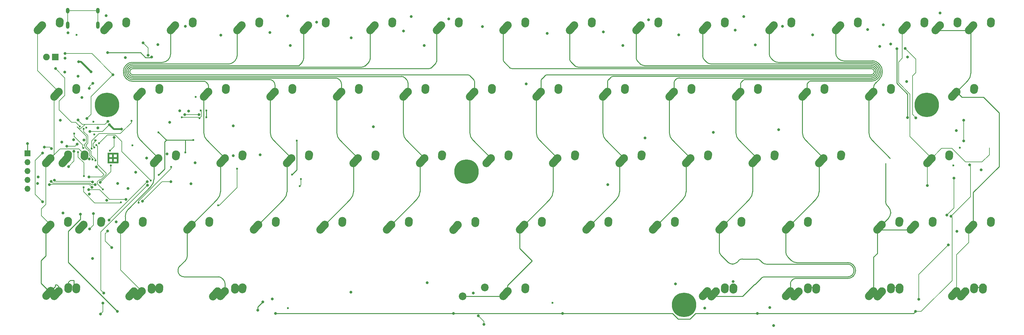
<source format=gtl>
%TF.GenerationSoftware,KiCad,Pcbnew,7.0.9-7.0.9~ubuntu22.04.1*%
%TF.CreationDate,2023-11-09T12:16:25-08:00*%
%TF.ProjectId,SST60,53535436-302e-46b6-9963-61645f706362,0.1*%
%TF.SameCoordinates,Original*%
%TF.FileFunction,Copper,L1,Top*%
%TF.FilePolarity,Positive*%
%FSLAX46Y46*%
G04 Gerber Fmt 4.6, Leading zero omitted, Abs format (unit mm)*
G04 Created by KiCad (PCBNEW 7.0.9-7.0.9~ubuntu22.04.1) date 2023-11-09 12:16:25*
%MOMM*%
%LPD*%
G01*
G04 APERTURE LIST*
G04 Aperture macros list*
%AMHorizOval*
0 Thick line with rounded ends*
0 $1 width*
0 $2 $3 position (X,Y) of the first rounded end (center of the circle)*
0 $4 $5 position (X,Y) of the second rounded end (center of the circle)*
0 Add line between two ends*
20,1,$1,$2,$3,$4,$5,0*
0 Add two circle primitives to create the rounded ends*
1,1,$1,$2,$3*
1,1,$1,$4,$5*%
G04 Aperture macros list end*
%TA.AperFunction,ComponentPad*%
%ADD10HorizOval,2.250000X0.655008X0.729993X-0.655008X-0.729993X0*%
%TD*%
%TA.AperFunction,ComponentPad*%
%ADD11C,2.250000*%
%TD*%
%TA.AperFunction,ComponentPad*%
%ADD12HorizOval,2.250000X0.020004X0.290000X-0.020004X-0.290000X0*%
%TD*%
%TA.AperFunction,ComponentPad*%
%ADD13HorizOval,2.250000X0.655001X0.730000X-0.655001X-0.730000X0*%
%TD*%
%TA.AperFunction,ComponentPad*%
%ADD14HorizOval,2.250000X0.020000X0.290000X-0.020000X-0.290000X0*%
%TD*%
%TA.AperFunction,ComponentPad*%
%ADD15C,2.200000*%
%TD*%
%TA.AperFunction,ComponentPad*%
%ADD16C,1.000000*%
%TD*%
%TA.AperFunction,ComponentPad*%
%ADD17C,7.001300*%
%TD*%
%TA.AperFunction,ComponentPad*%
%ADD18C,7.000240*%
%TD*%
%TA.AperFunction,ComponentPad*%
%ADD19C,1.905000*%
%TD*%
%TA.AperFunction,ComponentPad*%
%ADD20R,1.905000X1.905000*%
%TD*%
%TA.AperFunction,ComponentPad*%
%ADD21O,1.000000X1.600000*%
%TD*%
%TA.AperFunction,ComponentPad*%
%ADD22O,1.000000X2.100000*%
%TD*%
%TA.AperFunction,ComponentPad*%
%ADD23C,0.600000*%
%TD*%
%TA.AperFunction,ComponentPad*%
%ADD24R,1.700000X1.700000*%
%TD*%
%TA.AperFunction,ComponentPad*%
%ADD25O,1.700000X1.700000*%
%TD*%
%TA.AperFunction,ViaPad*%
%ADD26C,0.800000*%
%TD*%
%TA.AperFunction,ViaPad*%
%ADD27C,0.600000*%
%TD*%
%TA.AperFunction,Conductor*%
%ADD28C,0.250000*%
%TD*%
%TA.AperFunction,Conductor*%
%ADD29C,0.200000*%
%TD*%
%TA.AperFunction,Conductor*%
%ADD30C,0.500000*%
%TD*%
G04 APERTURE END LIST*
D10*
%TO.P,1.25U,1,COL*%
%TO.N,col14*%
X302545008Y-122160007D03*
D11*
X303200000Y-121430000D03*
D12*
%TO.P,1.25U,2,ROW*%
%TO.N,Net-(D68-Pad2)*%
X308220004Y-120640000D03*
D11*
X308240000Y-120350000D03*
%TD*%
D10*
%TO.P,1.25U,1,COL*%
%TO.N,col12*%
X278645008Y-122160007D03*
D11*
X279300000Y-121430000D03*
D12*
%TO.P,1.25U,2,ROW*%
%TO.N,Net-(D62-Pad2)*%
X284320004Y-120640000D03*
D11*
X284340000Y-120350000D03*
%TD*%
D10*
%TO.P,1.25U,1,COL*%
%TO.N,col11*%
X254805008Y-122220007D03*
D11*
X255460000Y-121490000D03*
D12*
%TO.P,1.25U,2,ROW*%
%TO.N,Net-(D57-Pad2)*%
X260480004Y-120700000D03*
D11*
X260500000Y-120410000D03*
%TD*%
D10*
%TO.P,1.25U,1,COL*%
%TO.N,col10*%
X231085008Y-122160007D03*
D11*
X231740000Y-121430000D03*
D12*
%TO.P,1.25U,2,ROW*%
%TO.N,Net-(D52-Pad2)*%
X236760004Y-120640000D03*
D11*
%TO.P,1.25U,d52,ROW*%
X236780000Y-120350000D03*
%TD*%
D13*
%TO.P,Small Split,1,COL*%
%TO.N,col10*%
X228620001Y-122142500D03*
D11*
X229275000Y-121412500D03*
D14*
%TO.P,Small Split,2,ROW*%
%TO.N,Net-(D52-Pad2)*%
X234295000Y-120622500D03*
D11*
X234315000Y-120332500D03*
%TD*%
D13*
%TO.P,N,1,COL*%
%TO.N,col7*%
X176232501Y-103092500D03*
D11*
X176887500Y-102362500D03*
D14*
%TO.P,N,2,ROW*%
%TO.N,Net-(D37-Pad2)*%
X181907500Y-101572500D03*
D11*
X181927500Y-101282500D03*
%TD*%
D15*
%TO.P,REF\u002A\u002A,1*%
%TO.N,Net-(D38-Pad2)*%
X165530000Y-120350000D03*
%TO.P,REF\u002A\u002A,col*%
%TO.N,col7*%
X159180000Y-122890000D03*
%TD*%
D10*
%TO.P,1.25U,1,COL*%
%TO.N,col2*%
X88355008Y-122180007D03*
D11*
X89010000Y-121450000D03*
D12*
%TO.P,1.25U,2,ROW*%
%TO.N,Net-(D15-Pad2)*%
X94030004Y-120660000D03*
D11*
X94050000Y-120370000D03*
%TD*%
D10*
%TO.P,1.25U,1,COL*%
%TO.N,col1*%
X64435008Y-122180007D03*
D11*
%TO.P,1.25U,*%
X65090000Y-121450000D03*
D12*
%TO.P,1.25U,2,ROW*%
%TO.N,Net-(D10-Pad2)*%
X70110004Y-120660000D03*
D11*
X70130000Y-120370000D03*
%TD*%
D10*
%TO.P,1.25U,1,COL*%
%TO.N,col0*%
X40595008Y-122060007D03*
D11*
X41250000Y-121330000D03*
D12*
%TO.P,1.25U,2,ROW*%
%TO.N,Net-(D5-Pad2)*%
X46270004Y-120540000D03*
D11*
X46290000Y-120250000D03*
%TD*%
D13*
%TO.P,2,1,COL*%
%TO.N,N/C*%
X157165001Y-103110000D03*
D11*
X157820000Y-102380000D03*
D14*
%TO.P,2,2,ROW*%
X162840000Y-101590000D03*
D11*
X162860000Y-101300000D03*
%TD*%
D13*
%TO.P,2,1,COL*%
%TO.N,N/C*%
X57195001Y-45920000D03*
D11*
X57850000Y-45190000D03*
D14*
%TO.P,2,2,ROW*%
X62870000Y-44400000D03*
D11*
X62890000Y-44110000D03*
%TD*%
D13*
%TO.P,1.50u,1,COL*%
%TO.N,col0*%
X42882501Y-122142500D03*
D11*
X43537500Y-121412500D03*
D14*
%TO.P,1.50u,2,ROW*%
%TO.N,Net-(D5-Pad2)*%
X48557500Y-120622500D03*
D11*
X48577500Y-120332500D03*
%TD*%
D13*
%TO.P,T,1,COL*%
%TO.N,col5*%
X142895001Y-64992500D03*
D11*
X143550000Y-64262500D03*
D14*
%TO.P,T,2,ROW*%
%TO.N,Net-(D26-Pad2)*%
X148570000Y-63472500D03*
D11*
X148590000Y-63182500D03*
%TD*%
D13*
%TO.P,Tab,1,COL*%
%TO.N,col0*%
X42882501Y-64992500D03*
D11*
X43537500Y-64262500D03*
D14*
%TO.P,Tab,2,ROW*%
%TO.N,Net-(D2-Pad2)*%
X48557500Y-63472500D03*
D11*
X48577500Y-63182500D03*
%TD*%
D13*
%TO.P,[,1,COL*%
%TO.N,col11*%
X257195001Y-64992500D03*
D11*
X257850000Y-64262500D03*
D14*
%TO.P,[,2,ROW*%
%TO.N,Net-(D54-Pad2)*%
X262870000Y-63472500D03*
D11*
X262890000Y-63182500D03*
%TD*%
D13*
%TO.P,1.50u,1,COL*%
%TO.N,col11*%
X252432501Y-122142500D03*
D11*
X253087500Y-121412500D03*
D14*
%TO.P,1.50u,2,ROW*%
%TO.N,Net-(D57-Pad2)*%
X258107500Y-120622500D03*
D11*
X258127500Y-120332500D03*
%TD*%
D13*
%TO.P,R,1,COL*%
%TO.N,col4*%
X123845001Y-64992500D03*
D11*
X124500000Y-64262500D03*
D14*
%TO.P,R,2,ROW*%
%TO.N,Net-(D21-Pad2)*%
X129520000Y-63472500D03*
D11*
X129540000Y-63182500D03*
%TD*%
D13*
%TO.P,<,1,COL*%
%TO.N,col9*%
X214332501Y-103092500D03*
D11*
X214987500Y-102362500D03*
D14*
%TO.P,<,2,ROW*%
%TO.N,Net-(D46-Pad2)*%
X220007500Y-101572500D03*
D11*
X220027500Y-101282500D03*
%TD*%
D13*
%TO.P,Stepped,1,COL*%
%TO.N,col0*%
X40501251Y-84042500D03*
D11*
X41156250Y-83312500D03*
D14*
%TO.P,Stepped,2,ROW*%
%TO.N,Net-(D3-Pad2)*%
X46176250Y-82522500D03*
D11*
X46196250Y-82232500D03*
%TD*%
D13*
%TO.P,S,1,COL*%
%TO.N,col2*%
X90507501Y-84042500D03*
D11*
X91162500Y-83312500D03*
D14*
%TO.P,S,2,ROW*%
%TO.N,Net-(D14-Pad2)*%
X96182500Y-82522500D03*
D11*
X96202500Y-82232500D03*
%TD*%
D13*
%TO.P,H,1,COL*%
%TO.N,col6*%
X166707501Y-84042500D03*
D11*
X167362500Y-83312500D03*
D14*
%TO.P,H,2,ROW*%
%TO.N,Net-(D32-Pad2)*%
X172382500Y-82522500D03*
D11*
X172402500Y-82232500D03*
%TD*%
D13*
%TO.P,D,1,COL*%
%TO.N,col3*%
X109557501Y-84042500D03*
D11*
X110212500Y-83312500D03*
D14*
%TO.P,D,2,ROW*%
%TO.N,Net-(D18-Pad2)*%
X115232500Y-82522500D03*
D11*
X115252500Y-82232500D03*
%TD*%
D13*
%TO.P,J,1,COL*%
%TO.N,col7*%
X185757501Y-84042500D03*
D11*
X186412500Y-83312500D03*
D14*
%TO.P,J,2,ROW*%
%TO.N,Net-(D36-Pad2)*%
X191432500Y-82522500D03*
D11*
X191452500Y-82232500D03*
%TD*%
D13*
%TO.P,Z,1,COL*%
%TO.N,col2*%
X80982501Y-103092500D03*
D11*
X81637500Y-102362500D03*
D14*
%TO.P,Z,2,ROW*%
%TO.N,Net-(D11-Pad2)*%
X86657500Y-101572500D03*
D11*
X86677500Y-101282500D03*
%TD*%
D13*
%TO.P,Split,1,COL*%
%TO.N,col14*%
X304820001Y-103092500D03*
D11*
X305475000Y-102362500D03*
D14*
%TO.P,Split,2,ROW*%
%TO.N,Net-(D67-Pad2)*%
X310495000Y-101572500D03*
D11*
X310515000Y-101282500D03*
%TD*%
D13*
%TO.P,W,1,COL*%
%TO.N,col2*%
X85745001Y-64992500D03*
D11*
X86400000Y-64262500D03*
D14*
%TO.P,W,2,ROW*%
%TO.N,Net-(D13-Pad2)*%
X91420000Y-63472500D03*
D11*
X91440000Y-63182500D03*
%TD*%
D13*
%TO.P,-,1,COL*%
%TO.N,col11*%
X247670001Y-45942500D03*
D11*
X248325000Y-45212500D03*
D14*
%TO.P,-,2,ROW*%
%TO.N,Net-(D53-Pad2)*%
X253345000Y-44422500D03*
D11*
X253365000Y-44132500D03*
%TD*%
D13*
%TO.P,Split,1,COL*%
%TO.N,col12*%
X278626251Y-103092500D03*
D11*
X279281250Y-102362500D03*
D14*
%TO.P,Split,2,ROW*%
%TO.N,Net-(D61-Pad2)*%
X284301250Y-101572500D03*
D11*
X284321250Y-101282500D03*
%TD*%
D13*
%TO.P,V,1,COL*%
%TO.N,col5*%
X138132501Y-103092500D03*
D11*
X138787500Y-102362500D03*
D14*
%TO.P,V,2,ROW*%
%TO.N,Net-(D28-Pad2)*%
X143807500Y-101572500D03*
D11*
X143827500Y-101282500D03*
%TD*%
%TO.P,X,2,ROW*%
%TO.N,Net-(D19-Pad2)*%
X105727500Y-101282500D03*
D14*
X105707500Y-101572500D03*
D11*
%TO.P,X,1,COL*%
%TO.N,col3*%
X100687500Y-102362500D03*
D13*
X100032501Y-103092500D03*
%TD*%
%TO.P,1u,1,COL*%
%TO.N,col12*%
X276245001Y-122142500D03*
D11*
X276900000Y-121412500D03*
D14*
%TO.P,1u,2,ROW*%
%TO.N,Net-(D62-Pad2)*%
X281920000Y-120622500D03*
D11*
X281940000Y-120332500D03*
%TD*%
D13*
%TO.P,5,1,COL*%
%TO.N,col5*%
X133370001Y-45942500D03*
D11*
X134025000Y-45212500D03*
D14*
%TO.P,5,2,ROW*%
%TO.N,Net-(D25-Pad2)*%
X139045000Y-44422500D03*
D11*
X139065000Y-44132500D03*
%TD*%
D16*
%TO.P,H1,1,1*%
%TO.N,GND*%
X55036250Y-68031250D03*
X55709904Y-66404904D03*
X55709904Y-69657596D03*
X57336250Y-65731250D03*
D17*
X57336250Y-68031250D03*
D16*
X57336250Y-70331250D03*
X58962596Y-66404904D03*
X58962596Y-69657596D03*
X59636250Y-68031250D03*
%TO.N,N/C*%
X292186250Y-65731250D03*
X292186250Y-70331250D03*
D18*
%TO.P,H1,2*%
X160336250Y-87131250D03*
%TO.P,H1,3*%
X222636250Y-125331250D03*
D16*
X293635250Y-70413250D03*
%TO.P,H1,4*%
X290714250Y-70413250D03*
D18*
X292186250Y-68031250D03*
D16*
%TO.P,H1,5*%
X290841250Y-65714250D03*
%TO.P,H1,6*%
X293635250Y-65714250D03*
%TD*%
D13*
%TO.P,G,1,COL*%
%TO.N,col5*%
X147657501Y-84042500D03*
D11*
X148312500Y-83312500D03*
D14*
%TO.P,G,2,ROW*%
%TO.N,Net-(D27-Pad2)*%
X153332500Y-82522500D03*
D11*
X153352500Y-82232500D03*
%TD*%
D13*
%TO.P,:,1,COL*%
%TO.N,col10*%
X242907501Y-84042500D03*
D11*
X243562500Y-83312500D03*
D14*
%TO.P,:,2,ROW*%
%TO.N,Net-(D50-Pad2)*%
X248582500Y-82522500D03*
D11*
X248602500Y-82232500D03*
%TD*%
D13*
%TO.P,8,1,COL*%
%TO.N,col8*%
X190520001Y-45942500D03*
D11*
X191175000Y-45212500D03*
D14*
%TO.P,8,2,ROW*%
%TO.N,Net-(D39-Pad2)*%
X196195000Y-44422500D03*
D11*
X196215000Y-44132500D03*
%TD*%
D13*
%TO.P,P,1,COL*%
%TO.N,col10*%
X238145001Y-64992500D03*
D11*
X238800000Y-64262500D03*
D14*
%TO.P,P,2,ROW*%
%TO.N,Net-(D49-Pad2)*%
X243820000Y-63472500D03*
D11*
X243840000Y-63182500D03*
%TD*%
D13*
%TO.P,Q,1,COL*%
%TO.N,col1*%
X66695001Y-64992500D03*
D11*
X67350000Y-64262500D03*
D14*
%TO.P,Q,2,ROW*%
%TO.N,Net-(D7-Pad2)*%
X72370000Y-63472500D03*
D11*
X72390000Y-63182500D03*
%TD*%
D13*
%TO.P,Y,1,COL*%
%TO.N,col6*%
X161945001Y-64992500D03*
D11*
X162600000Y-64262500D03*
D14*
%TO.P,Y,2,ROW*%
%TO.N,Net-(D31-Pad2)*%
X167620000Y-63472500D03*
D11*
X167640000Y-63182500D03*
%TD*%
D13*
%TO.P,],1,COL*%
%TO.N,col12*%
X276245001Y-64992500D03*
D11*
X276900000Y-64262500D03*
D14*
%TO.P,],2,ROW*%
%TO.N,Net-(D59-Pad2)*%
X281920000Y-63472500D03*
D11*
X281940000Y-63182500D03*
%TD*%
D13*
%TO.P,1u/7u/10u,1,COL*%
%TO.N,col7*%
X171470001Y-122142500D03*
D11*
X172125000Y-121412500D03*
D14*
%TO.P,1u/7u/10u,2,ROW*%
%TO.N,Net-(D38-Pad2)*%
X177145000Y-120622500D03*
D11*
X177165000Y-120332500D03*
%TD*%
D13*
%TO.P,9,1,COL*%
%TO.N,col9*%
X209570001Y-45942500D03*
D11*
X210225000Y-45212500D03*
D14*
%TO.P,9,2,ROW*%
%TO.N,Net-(D43-Pad2)*%
X215245000Y-44422500D03*
D11*
X215265000Y-44132500D03*
%TD*%
D13*
%TO.P,ISO,1,COL*%
%TO.N,col1*%
X61932501Y-103092500D03*
D11*
X62587500Y-102362500D03*
D14*
%TO.P,ISO,2,ROW*%
%TO.N,Net-(D9-Pad2)*%
X67607500Y-101572500D03*
D11*
X67627500Y-101282500D03*
%TD*%
D13*
%TO.P,>,1,COL*%
%TO.N,col10*%
X233382501Y-103092500D03*
D11*
X234037500Y-102362500D03*
D14*
%TO.P,>,2,ROW*%
%TO.N,Net-(D51-Pad2)*%
X239057500Y-101572500D03*
D11*
X239077500Y-101282500D03*
%TD*%
D13*
%TO.P,Full,1,COL*%
%TO.N,col12*%
X288151251Y-103092500D03*
D11*
X288806250Y-102362500D03*
D14*
%TO.P,Full,2,ROW*%
%TO.N,Net-(D61-Pad2)*%
X293826250Y-101572500D03*
D11*
X293846250Y-101282500D03*
%TD*%
D13*
%TO.P,C,1,COL*%
%TO.N,col4*%
X119082501Y-103092500D03*
D11*
X119737500Y-102362500D03*
D14*
%TO.P,C,2,ROW*%
%TO.N,Net-(D23-Pad2)*%
X124757500Y-101572500D03*
D11*
X124777500Y-101282500D03*
%TD*%
D13*
%TO.P,E,1,COL*%
%TO.N,col3*%
X104795001Y-64992500D03*
D11*
X105450000Y-64262500D03*
D14*
%TO.P,E,2,ROW*%
%TO.N,Net-(D17-Pad2)*%
X110470000Y-63472500D03*
D11*
X110490000Y-63182500D03*
%TD*%
D13*
%TO.P,ANSI,1,COL*%
%TO.N,col13*%
X292913751Y-84042500D03*
D11*
X293568750Y-83312500D03*
D14*
%TO.P,ANSI,2,ROW*%
%TO.N,Net-(D64-Pad2)*%
X298588750Y-82522500D03*
D11*
X298608750Y-82232500D03*
%TD*%
D13*
%TO.P,A,1,COL*%
%TO.N,col1*%
X71457501Y-84042500D03*
D11*
X72112500Y-83312500D03*
D14*
%TO.P,A,2,ROW*%
%TO.N,Net-(D8-Pad2)*%
X77132500Y-82522500D03*
D11*
X77152500Y-82232500D03*
%TD*%
D13*
%TO.P,Split,1,COL*%
%TO.N,col14*%
X304820001Y-45942500D03*
D11*
X305475000Y-45212500D03*
D14*
%TO.P,Split,2,ROW*%
%TO.N,Net-(D65-Pad2)*%
X310495000Y-44422500D03*
D11*
X310515000Y-44132500D03*
%TD*%
D13*
%TO.P,0,1,COL*%
%TO.N,col10*%
X228620001Y-45942500D03*
D11*
X229275000Y-45212500D03*
D14*
%TO.P,0,2,ROW*%
%TO.N,Net-(D48-Pad2)*%
X234295000Y-44422500D03*
D11*
X234315000Y-44132500D03*
%TD*%
D13*
%TO.P,L,1,COL*%
%TO.N,col9*%
X223857501Y-84042500D03*
D11*
X224512500Y-83312500D03*
D14*
%TO.P,L,2,ROW*%
%TO.N,Net-(D45-Pad2)*%
X229532500Y-82522500D03*
D11*
X229552500Y-82232500D03*
%TD*%
D13*
%TO.P,I,1,COL*%
%TO.N,col8*%
X200045001Y-64992500D03*
D11*
X200700000Y-64262500D03*
D14*
%TO.P,I,2,ROW*%
%TO.N,Net-(D40-Pad2)*%
X205720000Y-63472500D03*
D11*
X205740000Y-63182500D03*
%TD*%
D13*
%TO.P,M,1,COL*%
%TO.N,col8*%
X195282501Y-103092500D03*
D11*
X195937500Y-102362500D03*
D14*
%TO.P,M,2,ROW*%
%TO.N,Net-(D42-Pad2)*%
X200957500Y-101572500D03*
D11*
X200977500Y-101282500D03*
%TD*%
D13*
%TO.P,Full,1,COL*%
%TO.N,col14*%
X295295001Y-45942500D03*
D11*
X295950000Y-45212500D03*
D14*
%TO.P,Full,2,ROW*%
%TO.N,Net-(D65-Pad2)*%
X300970000Y-44422500D03*
D11*
X300990000Y-44132500D03*
%TD*%
D13*
%TO.P,?,1,COL*%
%TO.N,col11*%
X252432501Y-103092500D03*
D11*
X253087500Y-102362500D03*
D14*
%TO.P,?,2,ROW*%
%TO.N,Net-(D56-Pad2)*%
X258107500Y-101572500D03*
D11*
X258127500Y-101282500D03*
%TD*%
D13*
%TO.P,F,1,COL*%
%TO.N,col4*%
X128607501Y-84042500D03*
D11*
X129262500Y-83312500D03*
D14*
%TO.P,F,2,ROW*%
%TO.N,Net-(D22-Pad2)*%
X134282500Y-82522500D03*
D11*
X134302500Y-82232500D03*
%TD*%
D13*
%TO.P,1u,1,COL*%
%TO.N,col1*%
X66695001Y-122142500D03*
D11*
X67350000Y-121412500D03*
D14*
%TO.P,1u,2,ROW*%
%TO.N,Net-(D10-Pad2)*%
X72370000Y-120622500D03*
D11*
X72390000Y-120332500D03*
%TD*%
D13*
%TO.P,3,1,COL*%
%TO.N,col3*%
X95270001Y-45942500D03*
D11*
X95925000Y-45212500D03*
D14*
%TO.P,3,2,ROW*%
%TO.N,Net-(D16-Pad2)*%
X100945000Y-44422500D03*
D11*
X100965000Y-44132500D03*
%TD*%
D13*
%TO.P,6,1,COL*%
%TO.N,col6*%
X152420001Y-45942500D03*
D11*
X153075000Y-45212500D03*
D14*
%TO.P,6,2,ROW*%
%TO.N,Net-(D30-Pad2)*%
X158095000Y-44422500D03*
D11*
X158115000Y-44132500D03*
%TD*%
D13*
%TO.P,",1,COL*%
%TO.N,col11*%
X261957501Y-84042500D03*
D11*
X262612500Y-83312500D03*
D14*
%TO.P,",2,ROW*%
%TO.N,Net-(D55-Pad2)*%
X267632500Y-82522500D03*
D11*
X267652500Y-82232500D03*
%TD*%
D13*
%TO.P,Esc,1,COL*%
%TO.N,col0*%
X38120001Y-45942500D03*
D11*
X38775000Y-45212500D03*
D14*
%TO.P,Esc,2,ROW*%
%TO.N,Net-(D1-Pad2)*%
X43795000Y-44422500D03*
D11*
X43815000Y-44132500D03*
D19*
%TO.P,Esc,3,LED*%
%TO.N,Net-(MX3-Pad3)*%
X40005000Y-54292500D03*
D20*
%TO.P,Esc,4,LEDGND*%
%TO.N,GND*%
X42545000Y-54292500D03*
%TD*%
D13*
%TO.P,1.50u,1,COL*%
%TO.N,col2*%
X90507501Y-122142500D03*
D11*
X91162500Y-121412500D03*
D14*
%TO.P,1.50u,2,ROW*%
%TO.N,Net-(D15-Pad2)*%
X96182500Y-120622500D03*
D11*
X96202500Y-120332500D03*
%TD*%
D13*
%TO.P,=,1,COL*%
%TO.N,col12*%
X266720001Y-45942500D03*
D11*
X267375000Y-45212500D03*
D14*
%TO.P,=,2,ROW*%
%TO.N,Net-(D58-Pad2)*%
X272395000Y-44422500D03*
D11*
X272415000Y-44132500D03*
%TD*%
D13*
%TO.P,Split,1,COL*%
%TO.N,col13*%
X285770001Y-45942500D03*
D11*
X286425000Y-45212500D03*
D14*
%TO.P,Split,2,ROW*%
%TO.N,Net-(D63-Pad2)*%
X291445000Y-44422500D03*
D11*
X291465000Y-44132500D03*
%TD*%
D13*
%TO.P,K,1,COL*%
%TO.N,col8*%
X204807501Y-84042500D03*
D11*
X205462500Y-83312500D03*
D14*
%TO.P,K,2,ROW*%
%TO.N,Net-(D41-Pad2)*%
X210482500Y-82522500D03*
D11*
X210502500Y-82232500D03*
%TD*%
D13*
%TO.P,ISO,1,COL*%
%TO.N,col0*%
X40501251Y-103092500D03*
D11*
X41156250Y-102362500D03*
D14*
%TO.P,ISO,2,ROW*%
%TO.N,Net-(D4-Pad2)*%
X46176250Y-101572500D03*
D11*
X46196250Y-101282500D03*
%TD*%
D13*
%TO.P,2,1,COL*%
%TO.N,col2*%
X76220001Y-45942500D03*
D11*
X76875000Y-45212500D03*
D14*
%TO.P,2,2,ROW*%
%TO.N,Net-(D12-Pad2)*%
X81895000Y-44422500D03*
D11*
X81915000Y-44132500D03*
%TD*%
D13*
%TO.P,ANSI,1,COL*%
%TO.N,col14*%
X300057501Y-64992500D03*
D11*
X300712500Y-64262500D03*
D14*
%TO.P,ANSI,2,ROW*%
%TO.N,Net-(D66-Pad2)*%
X305732500Y-63472500D03*
D11*
X305752500Y-63182500D03*
%TD*%
D10*
%TO.P,Full,1,ROW*%
%TO.N,Net-(D3-Pad2)*%
X45263758Y-84042507D03*
D11*
X45918750Y-83312500D03*
D12*
%TO.P,Full,2,COL*%
%TO.N,col0*%
X50938754Y-82522500D03*
D11*
X50958750Y-82232500D03*
%TD*%
D13*
%TO.P,7,1,COL*%
%TO.N,col7*%
X171470001Y-45942500D03*
D11*
X172125000Y-45212500D03*
D14*
%TO.P,7,2,ROW*%
%TO.N,Net-(D34-Pad2)*%
X177145000Y-44422500D03*
D11*
X177165000Y-44132500D03*
%TD*%
D13*
%TO.P,O,1,COL*%
%TO.N,col9*%
X219095001Y-64992500D03*
D11*
X219750000Y-64262500D03*
D14*
%TO.P,O,2,ROW*%
%TO.N,Net-(D44-Pad2)*%
X224770000Y-63472500D03*
D11*
X224790000Y-63182500D03*
%TD*%
D13*
%TO.P,1.50u,1,COL*%
%TO.N,col14*%
X300057501Y-122142500D03*
D11*
X300712500Y-121412500D03*
D14*
%TO.P,1.50u,2,ROW*%
%TO.N,Net-(D68-Pad2)*%
X305732500Y-120622500D03*
D11*
X305752500Y-120332500D03*
%TD*%
D13*
%TO.P,ANSI,1,COL*%
%TO.N,col0*%
X50026251Y-103092500D03*
D11*
X50681250Y-102362500D03*
D14*
%TO.P,ANSI,2,ROW*%
%TO.N,Net-(D4-Pad2)*%
X55701250Y-101572500D03*
D11*
X55721250Y-101282500D03*
%TD*%
D13*
%TO.P,MX42,1,COL*%
%TO.N,col7*%
X171470001Y-122142500D03*
D11*
X172125000Y-121412500D03*
D14*
%TO.P,MX42,2,ROW*%
%TO.N,Net-(D38-Pad2)*%
X177145000Y-120622500D03*
D11*
X177165000Y-120332500D03*
%TD*%
D13*
%TO.P,4,1,COL*%
%TO.N,col4*%
X114320001Y-45942500D03*
D11*
X114975000Y-45212500D03*
D14*
%TO.P,4,2,ROW*%
%TO.N,Net-(D20-Pad2)*%
X119995000Y-44422500D03*
D11*
X120015000Y-44132500D03*
%TD*%
D13*
%TO.P,U,1,COL*%
%TO.N,col7*%
X180995001Y-64992500D03*
D11*
X181650000Y-64262500D03*
D14*
%TO.P,U,2,ROW*%
%TO.N,Net-(D35-Pad2)*%
X186670000Y-63472500D03*
D11*
X186690000Y-63182500D03*
%TD*%
D21*
%TO.P,USB1,13,SHIELD*%
%TO.N,GNDREF*%
X46130000Y-40987500D03*
D22*
X46130000Y-45167500D03*
D21*
X54770000Y-40987500D03*
D22*
X54770000Y-45167500D03*
%TD*%
D23*
%TO.P,U1,57,GND*%
%TO.N,GND*%
X60375000Y-84525000D03*
X60375000Y-83250000D03*
X60375000Y-81975000D03*
X59100000Y-84525000D03*
X59100000Y-83250000D03*
X59100000Y-81975000D03*
X57825000Y-84525000D03*
X57825000Y-83250000D03*
X57825000Y-81975000D03*
%TD*%
D24*
%TO.P,J2,1,Pin_1*%
%TO.N,RESET*%
X34550000Y-81925000D03*
D25*
%TO.P,J2,2,Pin_2*%
%TO.N,+3V3*%
X34550000Y-84465000D03*
%TO.P,J2,3,Pin_3*%
%TO.N,GND*%
X34550000Y-87005000D03*
%TO.P,J2,4,Pin_4*%
%TO.N,SWDIO*%
X34550000Y-89545000D03*
%TO.P,J2,5,Pin_5*%
%TO.N,SWCLK*%
X34550000Y-92085000D03*
%TD*%
D26*
%TO.N,GND*%
X199525000Y-47125000D03*
X278725000Y-51275000D03*
X44750000Y-99000000D03*
X149060000Y-119010000D03*
D27*
X299780000Y-85340000D03*
D26*
X80725000Y-69800000D03*
X82575000Y-84575000D03*
X47770000Y-78020000D03*
D27*
X109160000Y-126240000D03*
D26*
X54700000Y-74650000D03*
X78175000Y-69700000D03*
X286400000Y-61300000D03*
X104050000Y-47225000D03*
X60400000Y-90525000D03*
X237300000Y-46625000D03*
X52275000Y-93550000D03*
D27*
X53700000Y-76470000D03*
D26*
X45310000Y-54620000D03*
X162300000Y-121950000D03*
X57300000Y-95375000D03*
X50200000Y-65850000D03*
X93530000Y-82600000D03*
X75275000Y-73025000D03*
X220200000Y-119350000D03*
D27*
X64650000Y-79625000D03*
D26*
X165300000Y-130925000D03*
X50725000Y-78075000D03*
X300750000Y-104275000D03*
X74575000Y-82025000D03*
X81450000Y-90575000D03*
X247225000Y-126050000D03*
X62600000Y-54475000D03*
X49100000Y-59825000D03*
X109100000Y-42525000D03*
X44400000Y-78700000D03*
X68675000Y-83275000D03*
X300600000Y-75350000D03*
X46150000Y-47325000D03*
X63375000Y-92000000D03*
X53250000Y-112075000D03*
X275250000Y-46450000D03*
X239775000Y-42650000D03*
X127300000Y-48750000D03*
X205100000Y-51000000D03*
D27*
X301610000Y-80260000D03*
D26*
X109900000Y-50950000D03*
X249700000Y-75125000D03*
X236650000Y-118650000D03*
X307725000Y-86625000D03*
X281850000Y-50600000D03*
X60000000Y-101500000D03*
X101220000Y-82350000D03*
X295950000Y-41700000D03*
D27*
X184940000Y-124750000D03*
D26*
X79800000Y-45500000D03*
X259475000Y-47900000D03*
X164875000Y-45600000D03*
X177400000Y-61975000D03*
X127225000Y-121725000D03*
X71900000Y-50700000D03*
D27*
X53475000Y-72825000D03*
D26*
X231025000Y-75900000D03*
X45250000Y-58590000D03*
D27*
X82770000Y-65710000D03*
D26*
X57075000Y-42425000D03*
X43975000Y-72425000D03*
X133650000Y-74275000D03*
X228550000Y-126300000D03*
X155200000Y-43375000D03*
X89950000Y-48025000D03*
D27*
X51450000Y-74550000D03*
D26*
X243000000Y-50825000D03*
X286650000Y-54325000D03*
X117425000Y-44275000D03*
X104700000Y-123625000D03*
X93525000Y-74050000D03*
X200800000Y-90875000D03*
X248250000Y-131275000D03*
X37680000Y-88680000D03*
X221125000Y-47950000D03*
X279725000Y-45050000D03*
X65600000Y-87350000D03*
X148200000Y-50975000D03*
X144500000Y-42650000D03*
X212450000Y-43650000D03*
X250800000Y-45450000D03*
X52305000Y-83490000D03*
X37500000Y-90500000D03*
X211500000Y-77475000D03*
X142275000Y-46850000D03*
D27*
X48625000Y-47900000D03*
D26*
X183450000Y-47525000D03*
D27*
%TO.N,W*%
X83830000Y-71830000D03*
D26*
%TO.N,GND*%
X163725000Y-128500000D03*
%TO.N,row4*%
X102000000Y-124470000D03*
X100560000Y-126820000D03*
%TO.N,+5V*%
X283575000Y-51950000D03*
X38910000Y-95820000D03*
X49750000Y-99350000D03*
X49225000Y-55625000D03*
X302725000Y-72450000D03*
X302700000Y-78325000D03*
X286650500Y-71625000D03*
X57550000Y-53060000D03*
X288950000Y-127225500D03*
X156600000Y-127750000D03*
X38940000Y-81780000D03*
X105650000Y-127750000D03*
X299075000Y-99925000D03*
X70190000Y-54320000D03*
X52800000Y-58500000D03*
X187875000Y-127750000D03*
X304400000Y-85175000D03*
X243600000Y-127750000D03*
X60300000Y-127200000D03*
D27*
%TO.N,row0*%
X50556196Y-80364788D03*
D26*
X51601460Y-71875000D03*
X45375000Y-53275000D03*
D27*
X48000000Y-76250000D03*
D26*
X59100000Y-59350000D03*
%TO.N,row1*%
X57625000Y-72750000D03*
X49075000Y-72325000D03*
D27*
X53193357Y-83630500D03*
D26*
X83675000Y-70800000D03*
X79650000Y-70800000D03*
%TO.N,row2*%
X52125000Y-92300000D03*
X54300000Y-85799500D03*
X75650000Y-90025000D03*
X62800000Y-95125000D03*
X67500000Y-95600000D03*
X52175000Y-88625000D03*
%TO.N,row3*%
X57942878Y-101067878D03*
X57575000Y-104175000D03*
X58725000Y-108900000D03*
X68882122Y-90042878D03*
%TO.N,row4*%
X68925000Y-91075000D03*
X56150000Y-124800000D03*
X55500000Y-127950000D03*
X56425000Y-121900000D03*
%TO.N,Net-(D69-Pad3)*%
X47925000Y-81299500D03*
X46375000Y-85675000D03*
%TO.N,Net-(D70-Pad3)*%
X52350000Y-103550000D03*
X53450000Y-99125000D03*
%TO.N,RGB*%
X69110000Y-53750000D03*
X67700000Y-50225000D03*
%TO.N,Net-(D81-Pad1)*%
X285950000Y-51825000D03*
X289050000Y-71750000D03*
%TO.N,Net-(D82-Pad3)*%
X298300000Y-108125000D03*
X289825000Y-123725000D03*
%TO.N,Net-(D83-Pad1)*%
X299925000Y-88975000D03*
X297875000Y-99600000D03*
%TO.N,D-*%
X52325000Y-63250000D03*
X53325000Y-61785756D03*
%TO.N,RESET*%
X53250511Y-90125296D03*
X42300000Y-89575000D03*
X34550000Y-79060000D03*
%TO.N,SWDIO*%
X53950011Y-90892878D03*
X41350000Y-89900000D03*
%TO.N,SWCLK*%
X40825000Y-90875000D03*
X53059821Y-91600500D03*
D27*
%TO.N,ESCLED*%
X49603025Y-74209803D03*
X54038748Y-83947743D03*
X50706717Y-74844508D03*
D26*
X42610000Y-57620000D03*
D27*
%TO.N,+1V1*%
X58500000Y-85350000D03*
X58225000Y-81150000D03*
D26*
X55425000Y-90175000D03*
X59406334Y-77357910D03*
D27*
%TO.N,+3V3*%
X72160000Y-88080000D03*
D26*
X45820000Y-79840000D03*
D27*
X85840000Y-71530000D03*
D26*
X48810000Y-79270000D03*
X52450960Y-75599040D03*
X61520000Y-74920000D03*
D27*
X79840000Y-81600000D03*
D26*
X58043412Y-73657710D03*
X41470000Y-80570000D03*
D27*
X110390000Y-88030000D03*
X111760000Y-78249059D03*
X82130000Y-78080000D03*
D26*
X39420000Y-80090000D03*
D27*
X72120000Y-75850000D03*
X85830000Y-69600000D03*
D26*
%TO.N,col13*%
X292325000Y-91100000D03*
D27*
%TO.N,W*%
X52984909Y-80559500D03*
X78825000Y-71525000D03*
X64380000Y-72620000D03*
X84200000Y-69580000D03*
%TO.N,A*%
X53726497Y-80231642D03*
X50740000Y-88370000D03*
X49090000Y-81570000D03*
X50670000Y-91640000D03*
X66390000Y-96050000D03*
X61340000Y-95950000D03*
X75700000Y-85800000D03*
X53958107Y-78204070D03*
%TO.N,S*%
X89240000Y-96780000D03*
X54325997Y-79531825D03*
X56220000Y-92220000D03*
X94620000Y-86300000D03*
%TO.N,D*%
X55047339Y-79015161D03*
X69880000Y-89700000D03*
X112585000Y-91275000D03*
X112940000Y-89225500D03*
%TD*%
D28*
%TO.N,col14*%
X301890000Y-122890000D02*
X299420000Y-122890000D01*
X299420000Y-122890000D02*
X299402500Y-122872500D01*
%TO.N,Net-(D68-Pad2)*%
X308200000Y-120930000D02*
X307602500Y-120332500D01*
X307602500Y-120332500D02*
X305752500Y-120332500D01*
X308240000Y-120350000D02*
X308240000Y-120890000D01*
X308240000Y-120890000D02*
X308200000Y-120930000D01*
%TO.N,col14*%
X303200000Y-121430000D02*
X303200000Y-121580000D01*
X303200000Y-121580000D02*
X301890000Y-122890000D01*
%TO.N,Net-(D62-Pad2)*%
X284340000Y-120350000D02*
X281957500Y-120350000D01*
X281957500Y-120350000D02*
X281940000Y-120332500D01*
X284340000Y-120350000D02*
X284340000Y-120890000D01*
X284340000Y-120890000D02*
X284300000Y-120930000D01*
%TO.N,col12*%
X279300000Y-121430000D02*
X276917500Y-121430000D01*
X276917500Y-121430000D02*
X276900000Y-121412500D01*
X279300000Y-121430000D02*
X279300000Y-121580000D01*
X279300000Y-121580000D02*
X277990000Y-122890000D01*
%TO.N,Net-(D57-Pad2)*%
X260500000Y-120410000D02*
X258205000Y-120410000D01*
X258205000Y-120410000D02*
X258127500Y-120332500D01*
%TO.N,col11*%
X254150000Y-122950000D02*
X254150000Y-122475000D01*
X254150000Y-122475000D02*
X253087500Y-121412500D01*
%TO.N,col10*%
X242925058Y-119485660D02*
X242813578Y-119485660D01*
X242813578Y-119485660D02*
X239409238Y-122890000D01*
X230430000Y-122890000D02*
X239409238Y-122890000D01*
X227965000Y-122872500D02*
X230412500Y-122872500D01*
X230412500Y-122872500D02*
X230430000Y-122890000D01*
%TO.N,col7*%
X170815000Y-122872500D02*
X170797500Y-122890000D01*
X170797500Y-122890000D02*
X159180000Y-122890000D01*
%TO.N,+5V*%
X243600000Y-127750000D02*
X288425500Y-127750000D01*
X224300000Y-129375000D02*
X225925000Y-127750000D01*
X283575000Y-61850000D02*
X286650500Y-64925500D01*
D29*
X304650000Y-94350000D02*
X304650000Y-85425000D01*
D28*
X46250000Y-113150000D02*
X46250000Y-104250000D01*
X220925000Y-129375000D02*
X224300000Y-129375000D01*
X187875000Y-127750000D02*
X219300000Y-127750000D01*
X46250000Y-104250000D02*
X49750000Y-100750000D01*
D29*
%TO.N,row4*%
X55625000Y-104375000D02*
X55625000Y-121100000D01*
%TO.N,Net-(D81-Pad1)*%
X288050000Y-70750000D02*
X288050000Y-59725000D01*
%TO.N,ESCLED*%
X45275000Y-65275000D02*
X45275000Y-60285000D01*
D28*
%TO.N,col10*%
X234081180Y-122872500D02*
X227965000Y-122872500D01*
D29*
%TO.N,GND*%
X165300000Y-130075000D02*
X165300000Y-130925000D01*
D28*
%TO.N,col10*%
X244696378Y-117714340D02*
X242925058Y-119485660D01*
X245757038Y-117275028D02*
G75*
G03*
X244696379Y-117714341I-38J-1499972D01*
G01*
D29*
%TO.N,GND*%
X163725000Y-128500000D02*
X165300000Y-130075000D01*
D28*
%TO.N,col10*%
X269628680Y-117275000D02*
X245757038Y-117275000D01*
X269628680Y-117274985D02*
G75*
G03*
X270689340Y-116835660I20J1499985D01*
G01*
X270835660Y-116689340D02*
X270689340Y-116835660D01*
X270835670Y-116689350D02*
G75*
G03*
X271275000Y-115628680I-1060670J1060650D01*
G01*
X271275000Y-115346320D02*
X271275000Y-115628680D01*
X271274985Y-115346320D02*
G75*
G03*
X270835660Y-114285660I-1499985J20D01*
G01*
X270639340Y-114089340D02*
X270835660Y-114285660D01*
X270639350Y-114089330D02*
G75*
G03*
X269578680Y-113650000I-1060650J-1060670D01*
G01*
X246146320Y-113650000D02*
X269578680Y-113650000D01*
X245085650Y-113210670D02*
G75*
G03*
X246146320Y-113650000I1060650J1060670D01*
G01*
X244489340Y-112614340D02*
X245085660Y-113210660D01*
X244489350Y-112614330D02*
G75*
G03*
X243428680Y-112175000I-1060650J-1060670D01*
G01*
X239296320Y-112175000D02*
X243428680Y-112175000D01*
X239296320Y-112175015D02*
G75*
G03*
X238235660Y-112614340I-20J-1499985D01*
G01*
X237664340Y-113185660D02*
X238235660Y-112614340D01*
X236603680Y-113624985D02*
G75*
G03*
X237664340Y-113185660I20J1499985D01*
G01*
X236421320Y-113625000D02*
X236603680Y-113625000D01*
X235360650Y-113185670D02*
G75*
G03*
X236421320Y-113625000I1060650J1060670D01*
G01*
X233166840Y-110991840D02*
X235360660Y-113185660D01*
X232727515Y-109931180D02*
G75*
G03*
X233166840Y-110991840I1499985J-20D01*
G01*
X232727500Y-103822500D02*
X232727500Y-109931180D01*
D29*
%TO.N,S*%
X54638748Y-85148298D02*
X57072157Y-87581707D01*
D28*
%TO.N,row4*%
X100560000Y-126820000D02*
X100560000Y-125910000D01*
X100560000Y-125910000D02*
X102000000Y-124470000D01*
%TO.N,col0*%
X41250000Y-121330000D02*
X42520000Y-120060000D01*
X42520000Y-120060000D02*
X42520000Y-119550000D01*
X42520000Y-119550000D02*
X42990000Y-119550000D01*
X42990000Y-119550000D02*
X43537500Y-120097500D01*
X43537500Y-120097500D02*
X43537500Y-121412500D01*
X39940000Y-122790000D02*
X42145000Y-122790000D01*
X42145000Y-122790000D02*
X42227500Y-122872500D01*
%TO.N,Net-(D5-Pad2)*%
X46880000Y-118330000D02*
X47900000Y-118330000D01*
X47900000Y-119655000D02*
X48577500Y-120332500D01*
X46290000Y-120250000D02*
X46290000Y-118820000D01*
X46830000Y-118280000D02*
X46880000Y-118330000D01*
X46290000Y-118820000D02*
X46830000Y-118280000D01*
X47900000Y-118330000D02*
X47900000Y-119655000D01*
X46290000Y-120250000D02*
X46290000Y-120790000D01*
X46290000Y-120790000D02*
X46250000Y-120830000D01*
%TO.N,col7*%
X175577500Y-103822500D02*
X175577500Y-109116180D01*
X175577500Y-109116180D02*
X179150660Y-112689340D01*
X179150660Y-112689340D02*
X172125000Y-119715000D01*
X172125000Y-119715000D02*
X172125000Y-121412500D01*
D30*
%TO.N,GND*%
X60375000Y-81975000D02*
X57825000Y-81975000D01*
X57825000Y-83250000D02*
X60375000Y-83250000D01*
X57825000Y-81975000D02*
X57825000Y-84525000D01*
X60375000Y-84525000D02*
X57825000Y-84525000D01*
X60375000Y-81975000D02*
X60375000Y-84525000D01*
X59100000Y-81975000D02*
X59100000Y-84525000D01*
D28*
%TO.N,+5V*%
X156600000Y-127750000D02*
X105650000Y-127750000D01*
X187875000Y-127750000D02*
X156600000Y-127750000D01*
D29*
X302700000Y-72475000D02*
X302725000Y-72450000D01*
X38940000Y-81780000D02*
X36793533Y-83926467D01*
X36793533Y-93703533D02*
X38910000Y-95820000D01*
X290524500Y-127225500D02*
X288950000Y-127225500D01*
D28*
X60300000Y-127200000D02*
X46250000Y-113150000D01*
D29*
X304650000Y-85425000D02*
X304400000Y-85175000D01*
D28*
X66980000Y-53060000D02*
X57550000Y-53060000D01*
X219325000Y-127775000D02*
X219300000Y-127750000D01*
D29*
X302700000Y-78325000D02*
X302700000Y-72475000D01*
D28*
X243600000Y-127750000D02*
X225925000Y-127750000D01*
X70035489Y-54474511D02*
X68394511Y-54474511D01*
X286650500Y-64925500D02*
X286650500Y-71625000D01*
D30*
X49225000Y-55625000D02*
X49925000Y-55625000D01*
D28*
X68394511Y-54474511D02*
X66980000Y-53060000D01*
X288950000Y-127225500D02*
X288425500Y-127750000D01*
D29*
X299075000Y-99925000D02*
X299400000Y-100250000D01*
D28*
X49750000Y-100750000D02*
X49750000Y-99350000D01*
D30*
X49925000Y-55625000D02*
X52800000Y-58500000D01*
D28*
X220925000Y-129375000D02*
X219325000Y-127775000D01*
D29*
X36793533Y-83926467D02*
X36793533Y-93703533D01*
X299075000Y-99925000D02*
X304650000Y-94350000D01*
X299400000Y-100250000D02*
X299400000Y-118350000D01*
X299400000Y-118350000D02*
X290524500Y-127225500D01*
D28*
X283575000Y-51950000D02*
X283575000Y-61850000D01*
X70190000Y-54320000D02*
X70035489Y-54474511D01*
D29*
%TO.N,GNDREF*%
X54770000Y-40987500D02*
X46130000Y-40987500D01*
X46130000Y-45167500D02*
X46130000Y-40987500D01*
X54770000Y-45167500D02*
X54770000Y-40987500D01*
%TO.N,row0*%
X48000000Y-77075000D02*
X48000000Y-76250000D01*
X51601460Y-71875000D02*
X52800000Y-70676460D01*
X50368136Y-80176728D02*
X50368136Y-79443136D01*
X52800000Y-70676460D02*
X52800000Y-65650000D01*
X50368136Y-79443136D02*
X48000000Y-77075000D01*
X50556196Y-80364788D02*
X50368136Y-80176728D01*
X45375000Y-53275000D02*
X53025000Y-53275000D01*
X53025000Y-53275000D02*
X59100000Y-59350000D01*
X52800000Y-65650000D02*
X59100000Y-59350000D01*
%TO.N,row1*%
X79650000Y-70800000D02*
X83675000Y-70800000D01*
X51087343Y-73574014D02*
X51899014Y-73574014D01*
X56800986Y-73574014D02*
X57625000Y-72750000D01*
X49354496Y-74809803D02*
X49851554Y-74809803D01*
X51119607Y-79872652D02*
X51119607Y-80159924D01*
X49851554Y-74809803D02*
X51087343Y-73574014D01*
X51425000Y-77009992D02*
X51425000Y-78864317D01*
X53193357Y-83388407D02*
X53193357Y-83630500D01*
X51899014Y-73574014D02*
X56800986Y-73574014D01*
X51119607Y-80159924D02*
X52383750Y-81424067D01*
X52383750Y-82578800D02*
X53193357Y-83388407D01*
X51425000Y-78864317D02*
X50768136Y-79521181D01*
X48778768Y-74363760D02*
X51425000Y-77009992D01*
X49354496Y-74809803D02*
X48778768Y-74234075D01*
X50224014Y-73574014D02*
X51899014Y-73574014D01*
X49075000Y-72425000D02*
X50224014Y-73574014D01*
X49075000Y-72325000D02*
X49075000Y-72425000D01*
X50768136Y-79521181D02*
X51119607Y-79872652D01*
X48778768Y-74234075D02*
X48778768Y-74363760D01*
X52383750Y-81424067D02*
X52383750Y-82578800D01*
%TO.N,row2*%
X55843628Y-88625000D02*
X56484564Y-87984064D01*
X56484564Y-87984064D02*
X54300000Y-85799500D01*
X52125000Y-92300000D02*
X55214259Y-92300000D01*
X67500000Y-95600000D02*
X73075000Y-90025000D01*
X55214259Y-92300000D02*
X58039259Y-95125000D01*
X58039259Y-95125000D02*
X62800000Y-95125000D01*
X52175000Y-88625000D02*
X55843628Y-88625000D01*
X73075000Y-90025000D02*
X75650000Y-90025000D01*
%TO.N,row3*%
X68882122Y-90042878D02*
X57942878Y-100982122D01*
X57942878Y-100982122D02*
X57942878Y-101067878D01*
X56825000Y-107000000D02*
X58725000Y-108900000D01*
X56825000Y-104925000D02*
X56825000Y-107000000D01*
X57575000Y-104175000D02*
X56825000Y-104925000D01*
%TO.N,row4*%
X55625000Y-121100000D02*
X56425000Y-121900000D01*
X56150000Y-124800000D02*
X56150000Y-127300000D01*
X68925000Y-91075000D02*
X55625000Y-104375000D01*
X56150000Y-127300000D02*
X55500000Y-127950000D01*
%TO.N,Net-(D69-Pad3)*%
X46375000Y-85675000D02*
X47925000Y-84125000D01*
X47925000Y-84125000D02*
X47925000Y-81299500D01*
%TO.N,Net-(D70-Pad3)*%
X52350000Y-103550000D02*
X53450000Y-102450000D01*
X53450000Y-102450000D02*
X53450000Y-99125000D01*
%TO.N,RGB*%
X69110000Y-51635000D02*
X69110000Y-53750000D01*
X67700000Y-50225000D02*
X69110000Y-51635000D01*
%TO.N,Net-(D81-Pad1)*%
X289000000Y-58775000D02*
X289000000Y-54875000D01*
X289000000Y-54875000D02*
X285950000Y-51825000D01*
X289050000Y-71750000D02*
X288050000Y-70750000D01*
X288050000Y-59725000D02*
X289000000Y-58775000D01*
%TO.N,Net-(D82-Pad3)*%
X289825000Y-116600000D02*
X289825000Y-123725000D01*
X298300000Y-108125000D02*
X289825000Y-116600000D01*
%TO.N,Net-(D83-Pad1)*%
X299925000Y-88975000D02*
X299925000Y-97550000D01*
X299925000Y-97550000D02*
X297875000Y-99600000D01*
%TO.N,D-*%
X52325000Y-62785756D02*
X53325000Y-61785756D01*
X52325000Y-63250000D02*
X52325000Y-62785756D01*
%TO.N,RESET*%
X53050296Y-90125296D02*
X52825000Y-89900000D01*
X53250511Y-90125296D02*
X53050296Y-90125296D01*
X52825000Y-89900000D02*
X42625000Y-89900000D01*
X42625000Y-89900000D02*
X42300000Y-89575000D01*
D28*
X34550000Y-81925000D02*
X34550000Y-79060000D01*
D29*
%TO.N,SWDIO*%
X53950011Y-90892878D02*
X52917205Y-90892878D01*
X52917205Y-90892878D02*
X52435005Y-90410678D01*
X41860678Y-90410678D02*
X41350000Y-89900000D01*
X52435005Y-90410678D02*
X41860678Y-90410678D01*
%TO.N,SWCLK*%
X40889802Y-90810198D02*
X40825000Y-90875000D01*
X52269519Y-90810198D02*
X40889802Y-90810198D01*
X53059821Y-91600500D02*
X52269519Y-90810198D01*
%TO.N,ESCLED*%
X52783750Y-81258382D02*
X52783750Y-82372364D01*
X45275000Y-60285000D02*
X42610000Y-57620000D01*
X50706717Y-75726023D02*
X51825000Y-76844306D01*
X50706717Y-74844508D02*
X50706717Y-75726023D01*
X43625000Y-69450000D02*
X43625000Y-66925000D01*
X51519607Y-79994238D02*
X52783750Y-81258382D01*
X43625000Y-66925000D02*
X45275000Y-65275000D01*
X51333822Y-79521181D02*
X51519607Y-79706966D01*
X54038748Y-83627362D02*
X54038748Y-83947743D01*
X51825000Y-76844306D02*
X51825000Y-79030002D01*
X51825000Y-79030002D02*
X51333822Y-79521181D01*
X47199511Y-73024511D02*
X43625000Y-69450000D01*
X51519607Y-79706966D02*
X51519607Y-79994238D01*
X52783750Y-82372364D02*
X54038748Y-83627362D01*
X49603025Y-74209803D02*
X48417733Y-73024511D01*
X48417733Y-73024511D02*
X47199511Y-73024511D01*
%TO.N,col0*%
X37465000Y-46672500D02*
X37465000Y-58190000D01*
X42227500Y-65722500D02*
X42227500Y-82241250D01*
X49326250Y-80600000D02*
X50958750Y-82232500D01*
X41156250Y-83312500D02*
X43868750Y-80600000D01*
X38575000Y-97800000D02*
X38575000Y-99781250D01*
D28*
X38500000Y-112625000D02*
X38500000Y-119145000D01*
X39846250Y-103822500D02*
X39846250Y-111278750D01*
D29*
X38575000Y-99781250D02*
X41156250Y-102362500D01*
X39846250Y-96528750D02*
X38575000Y-97800000D01*
X42227500Y-82241250D02*
X41156250Y-83312500D01*
D28*
X38500000Y-119145000D02*
X42227500Y-122872500D01*
X39846250Y-111278750D02*
X38500000Y-112625000D01*
D29*
X39846250Y-84772500D02*
X39846250Y-96528750D01*
X37465000Y-58190000D02*
X43537500Y-64262500D01*
X43868750Y-80600000D02*
X49326250Y-80600000D01*
%TO.N,col1*%
X61277500Y-103822500D02*
X61275000Y-103825000D01*
X61275000Y-115337500D02*
X67350000Y-121412500D01*
D28*
X70802500Y-89279859D02*
X70802500Y-84772500D01*
D29*
X61275000Y-103825000D02*
X61275000Y-115337500D01*
D28*
X66918680Y-78118680D02*
X72112500Y-83312500D01*
X62587500Y-102362500D02*
X62587500Y-99980141D01*
X66040000Y-65722500D02*
X66040000Y-75997359D01*
X63466180Y-97858820D02*
X69923820Y-91401180D01*
X69923840Y-91401200D02*
G75*
G03*
X70802500Y-89279859I-2121340J2121300D01*
G01*
X66040029Y-75997359D02*
G75*
G03*
X66918680Y-78118680I2999971J-41D01*
G01*
X63466160Y-97858800D02*
G75*
G03*
X62587500Y-99980141I2121340J-2121300D01*
G01*
%TO.N,col2*%
X85767893Y-61517893D02*
X86107107Y-61857107D01*
X73191099Y-55826920D02*
X64530061Y-55826920D01*
X80327500Y-111451180D02*
X80327500Y-103822500D01*
X89228680Y-117275000D02*
X79346320Y-117275000D01*
X89852500Y-84772500D02*
X89852500Y-92904859D01*
X85968680Y-78118680D02*
X91162500Y-83312500D01*
X77700000Y-115628680D02*
X77700000Y-115321320D01*
X62735930Y-60335930D02*
X62965991Y-60565991D01*
X85090000Y-65722500D02*
X85090000Y-75997359D01*
X91162500Y-121412500D02*
X91162500Y-119208820D01*
X64556981Y-61225000D02*
X85060786Y-61225000D01*
X90723160Y-118148160D02*
X90289340Y-117714340D01*
X74905990Y-55044010D02*
X74782089Y-55167911D01*
X62076920Y-58280061D02*
X62076920Y-58744939D01*
X75565000Y-46672500D02*
X75565000Y-53453019D01*
X86400000Y-62564214D02*
X86400000Y-64262500D01*
X62939070Y-56485930D02*
X62735929Y-56689071D01*
X88973820Y-95026180D02*
X81637500Y-102362500D01*
X78139340Y-114260660D02*
X79888160Y-112511840D01*
X78285660Y-116835660D02*
X78139340Y-116689340D01*
X78139330Y-114260650D02*
G75*
G03*
X77700000Y-115321320I1060670J-1060650D01*
G01*
X77700015Y-115628680D02*
G75*
G03*
X78139340Y-116689340I1499985J-20D01*
G01*
X88973840Y-95026200D02*
G75*
G03*
X89852500Y-92904859I-2121340J2121300D01*
G01*
X74905980Y-55044000D02*
G75*
G03*
X75565000Y-53453019I-1590980J1591000D01*
G01*
X62966001Y-60565981D02*
G75*
G03*
X64556981Y-61225000I1590999J1590981D01*
G01*
X73191099Y-55826913D02*
G75*
G03*
X74782088Y-55167910I1J2250013D01*
G01*
X86399990Y-62564214D02*
G75*
G03*
X86107107Y-61857107I-999990J14D01*
G01*
X78285650Y-116835670D02*
G75*
G03*
X79346320Y-117275000I1060650J1060670D01*
G01*
X62735953Y-56689095D02*
G75*
G03*
X62076920Y-58280061I1590947J-1591005D01*
G01*
X85767900Y-61517886D02*
G75*
G03*
X85060786Y-61225000I-707100J-707114D01*
G01*
X85090029Y-75997359D02*
G75*
G03*
X85968680Y-78118680I2999971J-41D01*
G01*
X62076887Y-58744939D02*
G75*
G03*
X62735931Y-60335929I2250013J39D01*
G01*
X90289350Y-117714330D02*
G75*
G03*
X89228680Y-117275000I-1060650J-1060670D01*
G01*
X79888170Y-112511850D02*
G75*
G03*
X80327500Y-111451180I-1060670J1060650D01*
G01*
X64530061Y-55826887D02*
G75*
G03*
X62939071Y-56485931I39J-2250013D01*
G01*
X91162485Y-119208820D02*
G75*
G03*
X90723160Y-118148160I-1499985J20D01*
G01*
%TO.N,col3*%
X63285997Y-56789003D02*
X63039003Y-57035997D01*
X108900000Y-84775000D02*
X108900000Y-92907359D01*
X104866117Y-61116117D02*
X105083884Y-61333884D01*
X104140000Y-65722500D02*
X104140000Y-75997359D01*
X94615000Y-46672500D02*
X94615000Y-53960126D01*
X108902500Y-84772500D02*
X108900000Y-84775000D01*
X92298686Y-56276440D02*
X64523434Y-56276440D01*
X64539156Y-60750000D02*
X103982233Y-60750000D01*
X63039003Y-59974721D02*
X63301719Y-60237437D01*
X105450000Y-62217767D02*
X105450000Y-64262500D01*
X94102437Y-55197563D02*
X93536123Y-55763877D01*
X62526440Y-58273434D02*
X62526440Y-58737284D01*
X105018680Y-78118680D02*
X110212500Y-83312500D01*
X108021320Y-95028680D02*
X100687500Y-102362500D01*
X63038994Y-57035988D02*
G75*
G03*
X62526440Y-58273434I1237406J-1237412D01*
G01*
X108021340Y-95028700D02*
G75*
G03*
X108900000Y-92907359I-2121340J2121300D01*
G01*
X104866100Y-61116134D02*
G75*
G03*
X103982233Y-60750000I-883900J-883866D01*
G01*
X64523434Y-56276453D02*
G75*
G03*
X63285998Y-56789004I-34J-1749947D01*
G01*
X94102424Y-55197550D02*
G75*
G03*
X94615000Y-53960126I-1237424J1237450D01*
G01*
X105450023Y-62217767D02*
G75*
G03*
X105083884Y-61333884I-1250023J-33D01*
G01*
X92298686Y-56276418D02*
G75*
G03*
X93536123Y-55763877I14J1750018D01*
G01*
X104140029Y-75997359D02*
G75*
G03*
X105018680Y-78118680I2999971J-41D01*
G01*
X62526440Y-58737284D02*
G75*
G03*
X63039003Y-59974721I1749960J-16D01*
G01*
X63301741Y-60237415D02*
G75*
G03*
X64539156Y-60750000I1237459J1237415D01*
G01*
%TO.N,col4*%
X62975960Y-58370360D02*
X62975960Y-58654640D01*
X113665000Y-46672500D02*
X113665000Y-54713680D01*
X123863860Y-60738860D02*
X124060660Y-60935660D01*
X113225660Y-55774340D02*
X112275000Y-56725000D01*
X124068680Y-78118680D02*
X129262500Y-83312500D01*
X112275000Y-56725000D02*
X112275000Y-56725960D01*
X63559700Y-57165300D02*
X63415300Y-57309700D01*
X112275000Y-56725960D02*
X64620360Y-56725960D01*
X127952500Y-84772500D02*
X127952500Y-92904859D01*
X64620840Y-60299520D02*
X122803200Y-60299520D01*
X63415300Y-59715300D02*
X63560180Y-59860180D01*
X124500000Y-61996320D02*
X124500000Y-64262500D01*
X127073820Y-95026180D02*
X119737500Y-102362500D01*
X123190000Y-65722500D02*
X123190000Y-75997359D01*
X127073840Y-95026200D02*
G75*
G03*
X127952500Y-92904859I-2121340J2121300D01*
G01*
X63415312Y-57309712D02*
G75*
G03*
X62975960Y-58370360I1060688J-1060688D01*
G01*
X124499985Y-61996320D02*
G75*
G03*
X124060660Y-60935660I-1499985J20D01*
G01*
X123863856Y-60738864D02*
G75*
G03*
X122803200Y-60299520I-1060656J-1060636D01*
G01*
X62975944Y-58654640D02*
G75*
G03*
X63415300Y-59715300I1500056J40D01*
G01*
X113225670Y-55774350D02*
G75*
G03*
X113665000Y-54713680I-1060670J1060650D01*
G01*
X63560156Y-59860204D02*
G75*
G03*
X64620840Y-60299520I1060644J1060704D01*
G01*
X123190029Y-75997359D02*
G75*
G03*
X124068680Y-78118680I2999971J-41D01*
G01*
X64620360Y-56725944D02*
G75*
G03*
X63559700Y-57165300I40J-1500056D01*
G01*
%TO.N,col5*%
X130381753Y-57175480D02*
X64706569Y-57175480D01*
X143550000Y-61692767D02*
X143550000Y-64262500D01*
X132348883Y-55726117D02*
X131265636Y-56809364D01*
X143118680Y-78118680D02*
X148312500Y-83312500D01*
X142240000Y-65722500D02*
X142240000Y-75997359D01*
X132715000Y-46672500D02*
X132715000Y-54842233D01*
X63425480Y-58456569D02*
X63425480Y-58557713D01*
X63791597Y-59441597D02*
X63833884Y-59483884D01*
X63822685Y-57541597D02*
X63791595Y-57572687D01*
X146123820Y-95026180D02*
X138787500Y-102362500D01*
X142591117Y-60216117D02*
X143183884Y-60808884D01*
X147002500Y-84772500D02*
X147002500Y-92904859D01*
X64717767Y-59850000D02*
X141707233Y-59850000D01*
X130381753Y-57175452D02*
G75*
G03*
X131265636Y-56809364I47J1249952D01*
G01*
X63425477Y-58557713D02*
G75*
G03*
X63791597Y-59441597I1250023J13D01*
G01*
X63791606Y-57572698D02*
G75*
G03*
X63425480Y-58456569I883894J-883902D01*
G01*
X146123840Y-95026200D02*
G75*
G03*
X147002500Y-92904859I-2121340J2121300D01*
G01*
X63833901Y-59483867D02*
G75*
G03*
X64717767Y-59850000I883899J883867D01*
G01*
X142240029Y-75997359D02*
G75*
G03*
X143118680Y-78118680I2999971J-41D01*
G01*
X143550023Y-61692767D02*
G75*
G03*
X143183884Y-60808884I-1250023J-33D01*
G01*
X132348866Y-55726100D02*
G75*
G03*
X132715000Y-54842233I-883866J883900D01*
G01*
X64706569Y-57175464D02*
G75*
G03*
X63822685Y-57541597I31J-1250036D01*
G01*
X142591100Y-60216134D02*
G75*
G03*
X141707233Y-59850000I-883900J-883866D01*
G01*
%TO.N,col6*%
X64685660Y-59375000D02*
X160739340Y-59375000D01*
X162600000Y-61235660D02*
X162600000Y-64262500D01*
X151765000Y-46672500D02*
X151765000Y-55524340D01*
X64155330Y-57844670D02*
X64094670Y-57905330D01*
X149664340Y-57625000D02*
X64685660Y-57625000D01*
X161269670Y-59594670D02*
X162380330Y-60705330D01*
X162168680Y-78118680D02*
X167362500Y-83312500D01*
X151545330Y-56054670D02*
X150194670Y-57405330D01*
X161290000Y-65722500D02*
X161290000Y-75997359D01*
X64094670Y-59094670D02*
X64155330Y-59155330D01*
X63875000Y-58435660D02*
X63875000Y-58564340D01*
X64155350Y-59155310D02*
G75*
G03*
X64685660Y-59375000I530350J530310D01*
G01*
X149664340Y-57625028D02*
G75*
G03*
X150194670Y-57405330I-40J750028D01*
G01*
X151545310Y-56054650D02*
G75*
G03*
X151765000Y-55524340I-530310J530350D01*
G01*
X64685660Y-57624972D02*
G75*
G03*
X64155330Y-57844670I40J-750028D01*
G01*
X64094690Y-57905350D02*
G75*
G03*
X63875000Y-58435660I530310J-530350D01*
G01*
X161269650Y-59594690D02*
G75*
G03*
X160739340Y-59375000I-530350J-530310D01*
G01*
X161290029Y-75997359D02*
G75*
G03*
X162168680Y-78118680I2999971J-41D01*
G01*
X162600028Y-61235660D02*
G75*
G03*
X162380330Y-60705330I-750028J-40D01*
G01*
X63874972Y-58564340D02*
G75*
G03*
X64094670Y-59094670I750028J40D01*
G01*
%TO.N,col7*%
X173310660Y-57625000D02*
X276314340Y-57625000D01*
X184223820Y-95026180D02*
X176887500Y-102362500D01*
X170815000Y-46672500D02*
X170815000Y-55129340D01*
X277125000Y-58435660D02*
X277125000Y-58564340D01*
X171034670Y-55659670D02*
X172780330Y-57405330D01*
X276905330Y-59094670D02*
X276844670Y-59155330D01*
X185102500Y-84772500D02*
X185102500Y-92904859D01*
X181218680Y-78118680D02*
X186412500Y-83312500D01*
X180340000Y-65722500D02*
X180340000Y-75997359D01*
X181650000Y-61085660D02*
X181650000Y-64262500D01*
X276314340Y-59375000D02*
X183360660Y-59375000D01*
X182830330Y-59594670D02*
X181869670Y-60555330D01*
X276844670Y-57844670D02*
X276905330Y-57905330D01*
X184223840Y-95026200D02*
G75*
G03*
X185102500Y-92904859I-2121340J2121300D01*
G01*
X183360660Y-59374972D02*
G75*
G03*
X182830330Y-59594670I40J-750028D01*
G01*
X181869690Y-60555350D02*
G75*
G03*
X181650000Y-61085660I530310J-530350D01*
G01*
X276905310Y-59094650D02*
G75*
G03*
X277125000Y-58564340I-530310J530350D01*
G01*
X276314340Y-59375028D02*
G75*
G03*
X276844670Y-59155330I-40J750028D01*
G01*
X172780350Y-57405310D02*
G75*
G03*
X173310660Y-57625000I530350J530310D01*
G01*
X277125028Y-58435660D02*
G75*
G03*
X276905330Y-57905330I-750028J-40D01*
G01*
X170814972Y-55129340D02*
G75*
G03*
X171034670Y-55659670I750028J40D01*
G01*
X276844650Y-57844690D02*
G75*
G03*
X276314340Y-57625000I-530350J-530310D01*
G01*
X180340029Y-75997359D02*
G75*
G03*
X181218680Y-78118680I2999971J-41D01*
G01*
%TO.N,col8*%
X204152500Y-84772500D02*
X204152500Y-92904859D01*
X201558883Y-60191117D02*
X201066116Y-60683884D01*
X203273820Y-95026180D02*
X195937500Y-102362500D01*
X200700000Y-61567767D02*
X200700000Y-64262500D01*
X200268680Y-78118680D02*
X205462500Y-83312500D01*
X189865000Y-46672500D02*
X189865000Y-54772233D01*
X277575000Y-58457049D02*
X277575000Y-58542951D01*
X277208883Y-59426835D02*
X277176834Y-59458884D01*
X276292951Y-59825000D02*
X202442767Y-59825000D01*
X190231117Y-55656117D02*
X191383884Y-56808884D01*
X192267767Y-57175000D02*
X276292951Y-57175000D01*
X199390000Y-65722500D02*
X199390000Y-75997359D01*
X277176835Y-57541117D02*
X277208884Y-57573166D01*
X201066133Y-60683901D02*
G75*
G03*
X200700000Y-61567767I883867J-883899D01*
G01*
X276292951Y-59824965D02*
G75*
G03*
X277176834Y-59458884I49J1249965D01*
G01*
X277208907Y-59426859D02*
G75*
G03*
X277575000Y-58542951I-883907J883859D01*
G01*
X277574965Y-58457049D02*
G75*
G03*
X277208884Y-57573166I-1249965J49D01*
G01*
X202442767Y-59824977D02*
G75*
G03*
X201558883Y-60191117I33J-1250023D01*
G01*
X189864977Y-54772233D02*
G75*
G03*
X190231117Y-55656117I1250023J33D01*
G01*
X277176859Y-57541093D02*
G75*
G03*
X276292951Y-57175000I-883859J-883907D01*
G01*
X203273840Y-95026200D02*
G75*
G03*
X204152500Y-92904859I-2121340J2121300D01*
G01*
X199390029Y-75997359D02*
G75*
G03*
X200268680Y-78118680I2999971J-41D01*
G01*
X191383901Y-56808867D02*
G75*
G03*
X192267767Y-57175000I883899J883867D01*
G01*
%TO.N,col9*%
X222323820Y-95026180D02*
X214987500Y-102362500D01*
X211196320Y-56725000D02*
X276378680Y-56725000D01*
X208915000Y-46672500D02*
X208915000Y-54443680D01*
X278025000Y-58371320D02*
X278025000Y-58625116D01*
X276375116Y-60275000D02*
X221321320Y-60275000D01*
X219318680Y-78118680D02*
X224512500Y-83312500D01*
X209354340Y-55504340D02*
X210135660Y-56285660D01*
X223202500Y-84772500D02*
X223202500Y-92904859D01*
X218440000Y-65722500D02*
X218440000Y-75997359D01*
X220260660Y-60714340D02*
X220189340Y-60785660D01*
X219750000Y-61846320D02*
X219750000Y-64262500D01*
X277439340Y-57164340D02*
X277585660Y-57310660D01*
X277585660Y-59685776D02*
X277435776Y-59835660D01*
X276375116Y-60275011D02*
G75*
G03*
X277435776Y-59835660I-16J1500011D01*
G01*
X278024985Y-58371320D02*
G75*
G03*
X277585660Y-57310660I-1499985J20D01*
G01*
X221321320Y-60275015D02*
G75*
G03*
X220260660Y-60714340I-20J-1499985D01*
G01*
X208915015Y-54443680D02*
G75*
G03*
X209354340Y-55504340I1499985J-20D01*
G01*
X220189330Y-60785650D02*
G75*
G03*
X219750000Y-61846320I1060670J-1060650D01*
G01*
X277585652Y-59685768D02*
G75*
G03*
X278025000Y-58625116I-1060652J1060668D01*
G01*
X218440029Y-75997359D02*
G75*
G03*
X219318680Y-78118680I2999971J-41D01*
G01*
X277439350Y-57164330D02*
G75*
G03*
X276378680Y-56725000I-1060650J-1060670D01*
G01*
X222323840Y-95026200D02*
G75*
G03*
X223202500Y-92904859I-2121340J2121300D01*
G01*
X210135650Y-56285670D02*
G75*
G03*
X211196320Y-56725000I1060650J1060670D01*
G01*
%TO.N,col10*%
X277961957Y-57051240D02*
X277698761Y-56788044D01*
X276461324Y-56275480D02*
X230325354Y-56275480D01*
X241373820Y-95026180D02*
X234037500Y-102362500D01*
X229087917Y-55762917D02*
X228477563Y-55152563D01*
X277694717Y-60212437D02*
X277961957Y-59945197D01*
X237490000Y-65722500D02*
X237490000Y-75997359D01*
X240214214Y-60725000D02*
X276457280Y-60725000D01*
X238368680Y-78118680D02*
X243562500Y-83312500D01*
X238800000Y-64262500D02*
X238800000Y-62139214D01*
X242252500Y-84772500D02*
X242252500Y-92904859D01*
X278474520Y-58707760D02*
X278474520Y-58288676D01*
X239092893Y-61432107D02*
X239507107Y-61017893D01*
X227965000Y-53915126D02*
X227965000Y-46672500D01*
X237490029Y-75997359D02*
G75*
G03*
X238368680Y-78118680I2999971J-41D01*
G01*
X277961981Y-59945221D02*
G75*
G03*
X278474520Y-58707760I-1237481J1237421D01*
G01*
X276457280Y-60724986D02*
G75*
G03*
X277694717Y-60212437I20J1749986D01*
G01*
X227964982Y-53915126D02*
G75*
G03*
X228477563Y-55152563I1750018J26D01*
G01*
X239092886Y-61432100D02*
G75*
G03*
X238800000Y-62139214I707114J-707100D01*
G01*
X277698754Y-56788051D02*
G75*
G03*
X276461324Y-56275480I-1237454J-1237449D01*
G01*
X229087944Y-55762890D02*
G75*
G03*
X230325354Y-56275480I1237456J1237390D01*
G01*
X278474530Y-58288676D02*
G75*
G03*
X277961957Y-57051240I-1750030J-24D01*
G01*
X240214214Y-60725010D02*
G75*
G03*
X239507107Y-61017893I-14J-999990D01*
G01*
X241373840Y-95026200D02*
G75*
G03*
X242252500Y-92904859I-2121340J2121300D01*
G01*
%TO.N,col11*%
X269621573Y-117725000D02*
X254696320Y-117725000D01*
X252363286Y-111588286D02*
X253389213Y-112614213D01*
X256540000Y-65722500D02*
X256540000Y-75997359D01*
X257418680Y-78118680D02*
X262612500Y-83312500D01*
X254803427Y-113200000D02*
X269557291Y-113200000D01*
X251777500Y-103822500D02*
X251777500Y-110174073D01*
X271725000Y-115367709D02*
X271725000Y-115621573D01*
X248140174Y-55240174D02*
X247600787Y-54700787D01*
X260423820Y-95026180D02*
X253087500Y-102362500D01*
X270971504Y-113785786D02*
X271139213Y-113953495D01*
X276547533Y-55825960D02*
X249554387Y-55825960D01*
X278924040Y-58797533D02*
X278924040Y-58202467D01*
X271139214Y-117035786D02*
X271035787Y-117139213D01*
X253635660Y-118164340D02*
X253526840Y-118273160D01*
X258142893Y-61632107D02*
X258307107Y-61467893D01*
X261302500Y-84772500D02*
X261302500Y-92904859D01*
X278338254Y-56788254D02*
X277961747Y-56411747D01*
X277960786Y-60589214D02*
X278338253Y-60211747D01*
X253087500Y-119333820D02*
X253087500Y-121412500D01*
X247015000Y-53286573D02*
X247015000Y-46672500D01*
X259014214Y-61175000D02*
X276546573Y-61175000D01*
X257850000Y-64262500D02*
X257850000Y-62339214D01*
X276546573Y-61174980D02*
G75*
G03*
X277960785Y-60589213I27J1999980D01*
G01*
X247015020Y-53286573D02*
G75*
G03*
X247600788Y-54700786I1999980J-27D01*
G01*
X271139228Y-117035800D02*
G75*
G03*
X271725000Y-115621573I-1414228J1414200D01*
G01*
X259014214Y-61175010D02*
G75*
G03*
X258307107Y-61467893I-14J-999990D01*
G01*
X269621573Y-117724980D02*
G75*
G03*
X271035786Y-117139212I27J1999980D01*
G01*
X260423840Y-95026200D02*
G75*
G03*
X261302500Y-92904859I-2121340J2121300D01*
G01*
X278924051Y-58202467D02*
G75*
G03*
X278338254Y-56788254I-2000051J-33D01*
G01*
X248140189Y-55240159D02*
G75*
G03*
X249554387Y-55825960I1414211J1414159D01*
G01*
X270971509Y-113785781D02*
G75*
G03*
X269557291Y-113200000I-1414209J-1414219D01*
G01*
X251777520Y-110174073D02*
G75*
G03*
X252363287Y-111588285I1999980J-27D01*
G01*
X277961739Y-56411755D02*
G75*
G03*
X276547533Y-55825960I-1414239J-1414245D01*
G01*
X254696320Y-117725015D02*
G75*
G03*
X253635660Y-118164340I-20J-1499985D01*
G01*
X258142886Y-61632100D02*
G75*
G03*
X257850000Y-62339214I707114J-707100D01*
G01*
X278338245Y-60211739D02*
G75*
G03*
X278924040Y-58797533I-1414245J1414239D01*
G01*
X253526830Y-118273150D02*
G75*
G03*
X253087500Y-119333820I1060670J-1060650D01*
G01*
X256540029Y-75997359D02*
G75*
G03*
X257418680Y-78118680I2999971J-41D01*
G01*
X271724993Y-115367709D02*
G75*
G03*
X271139213Y-113953495I-1999993J9D01*
G01*
X253389199Y-112614227D02*
G75*
G03*
X254803427Y-113200000I1414201J1414227D01*
G01*
%TO.N,col12*%
X276900000Y-111625000D02*
X276900000Y-121412500D01*
X268358421Y-55376440D02*
X276644459Y-55376440D01*
X278235450Y-56035450D02*
X278714551Y-56514551D01*
X275590000Y-65722500D02*
X275590000Y-75997359D01*
X279373560Y-58105541D02*
X279373560Y-58880177D01*
X277971250Y-110553750D02*
X276900000Y-111625000D01*
X276900000Y-63217699D02*
X276900000Y-64262500D01*
X278714550Y-60471168D02*
X277559009Y-61626709D01*
X266065000Y-46672500D02*
X266065000Y-53083019D01*
X280352500Y-84772500D02*
X280352500Y-95649073D01*
X281189213Y-100454537D02*
X279281250Y-102362500D01*
X266724010Y-54674010D02*
X266767431Y-54717431D01*
X277971250Y-103822500D02*
X287496250Y-103822500D01*
X281775000Y-98728427D02*
X281775000Y-99040323D01*
X277971250Y-103822500D02*
X277971250Y-110553750D01*
X280938287Y-97063287D02*
X281189214Y-97314214D01*
X276468680Y-78118680D02*
X281662500Y-83312500D01*
X266064987Y-53083019D02*
G75*
G03*
X266724011Y-54674009I2250013J19D01*
G01*
X275590029Y-75997359D02*
G75*
G03*
X276468680Y-78118680I2999971J-41D01*
G01*
X277559010Y-61626710D02*
G75*
G03*
X276900000Y-63217699I1590990J-1590990D01*
G01*
X278714553Y-60471171D02*
G75*
G03*
X279373560Y-58880177I-1590953J1590971D01*
G01*
X266767412Y-54717450D02*
G75*
G03*
X268358421Y-55376440I1590988J1591050D01*
G01*
X281189202Y-100454526D02*
G75*
G03*
X281775000Y-99040323I-1414202J1414226D01*
G01*
X280352520Y-95649073D02*
G75*
G03*
X280938288Y-97063286I1999980J-27D01*
G01*
X278235462Y-56035438D02*
G75*
G03*
X276644459Y-55376440I-1590962J-1590962D01*
G01*
X279373543Y-58105541D02*
G75*
G03*
X278714551Y-56514551I-2249943J41D01*
G01*
X281774980Y-98728427D02*
G75*
G03*
X281189213Y-97314215I-1999980J27D01*
G01*
D29*
%TO.N,+1V1*%
X59406334Y-79968666D02*
X59406334Y-77357910D01*
X55425000Y-90175000D02*
X58500000Y-87100000D01*
X58500000Y-87100000D02*
X58500000Y-85350000D01*
X58225000Y-81150000D02*
X59406334Y-79968666D01*
D28*
%TO.N,+3V3*%
X79790000Y-78080000D02*
X74350000Y-78080000D01*
X85830000Y-71520000D02*
X85840000Y-71530000D01*
D29*
X56101122Y-75600000D02*
X52451920Y-75600000D01*
D28*
X111760000Y-86660000D02*
X110390000Y-88030000D01*
D29*
X52451920Y-75600000D02*
X52450960Y-75599040D01*
D28*
X111760000Y-78249059D02*
X111760000Y-86660000D01*
X82130000Y-78080000D02*
X79790000Y-78080000D01*
X74350000Y-78080000D02*
X72120000Y-75850000D01*
X79790000Y-78080000D02*
X79790000Y-81550000D01*
X73850000Y-78580000D02*
X73850000Y-86390000D01*
X79790000Y-81550000D02*
X79840000Y-81600000D01*
X85830000Y-69600000D02*
X85830000Y-71520000D01*
D29*
X58043412Y-73657710D02*
X56101122Y-75600000D01*
X45820000Y-79840000D02*
X48240000Y-79840000D01*
X48240000Y-79840000D02*
X48810000Y-79270000D01*
X39420000Y-80090000D02*
X40990000Y-80090000D01*
X40990000Y-80090000D02*
X41470000Y-80570000D01*
D28*
X73850000Y-86390000D02*
X72160000Y-88080000D01*
D30*
X59345702Y-74960000D02*
X58043412Y-73657710D01*
X61520000Y-74920000D02*
X61480000Y-74960000D01*
X61480000Y-74960000D02*
X59345702Y-74960000D01*
D28*
X74350000Y-78080000D02*
X73850000Y-78580000D01*
D29*
%TO.N,col13*%
X292325000Y-84838750D02*
X292258750Y-84772500D01*
X284075000Y-61675000D02*
X287350000Y-64950000D01*
X303250000Y-84375000D02*
X307975000Y-84375000D01*
X292325000Y-91100000D02*
X292325000Y-84838750D01*
X285125000Y-54650000D02*
X284075000Y-55700000D01*
X284075000Y-55700000D02*
X284075000Y-61675000D01*
X287350000Y-64950000D02*
X287350000Y-77093750D01*
X296406250Y-80475000D02*
X299350000Y-80475000D01*
X293568750Y-83312500D02*
X296406250Y-80475000D01*
X299350000Y-80475000D02*
X303250000Y-84375000D01*
X285125000Y-46682500D02*
X285125000Y-54650000D01*
X307975000Y-84375000D02*
X310075000Y-82275000D01*
X285115000Y-46672500D02*
X285125000Y-46682500D01*
X310075000Y-82275000D02*
X310075000Y-80306250D01*
X310075000Y-80306250D02*
X310093750Y-80287500D01*
X287350000Y-77093750D02*
X293568750Y-83312500D01*
D28*
%TO.N,col14*%
X305475000Y-93100000D02*
X305475000Y-102362500D01*
X303871320Y-61103680D02*
X300712500Y-64262500D01*
D29*
X304165000Y-103822500D02*
X304165000Y-107485000D01*
D28*
X304165000Y-46672500D02*
X304750000Y-47257500D01*
X304165000Y-46672500D02*
X294640000Y-46672500D01*
X312900000Y-70325000D02*
X312900000Y-85675000D01*
X304750000Y-47257500D02*
X304750000Y-58982359D01*
X312900000Y-85675000D02*
X305475000Y-93100000D01*
D29*
X304165000Y-107485000D02*
X300712500Y-110937500D01*
D28*
X302250000Y-65800000D02*
X308375000Y-65800000D01*
X308375000Y-65800000D02*
X312900000Y-70325000D01*
D29*
X300712500Y-110937500D02*
X300712500Y-121412500D01*
D28*
X300712500Y-64262500D02*
X302250000Y-65800000D01*
X303871340Y-61103700D02*
G75*
G03*
X304750000Y-58982359I-2121340J2121300D01*
G01*
D29*
%TO.N,W*%
X61172040Y-76257910D02*
X55055738Y-76257910D01*
X64380000Y-72620000D02*
X64380000Y-73049950D01*
X64380000Y-73049950D02*
X61172040Y-76257910D01*
X83830000Y-71830000D02*
X84375000Y-71285000D01*
X84375000Y-69755000D02*
X84200000Y-69580000D01*
X83525000Y-71525000D02*
X83830000Y-71830000D01*
X52984909Y-78328739D02*
X52984909Y-80559500D01*
X55055738Y-76257910D02*
X52984909Y-78328739D01*
X84375000Y-71285000D02*
X84375000Y-69755000D01*
X78825000Y-71525000D02*
X83525000Y-71525000D01*
%TO.N,A*%
X50740000Y-84642178D02*
X50740000Y-88370000D01*
X61340000Y-95950000D02*
X61215000Y-96075000D01*
X54092177Y-78070000D02*
X54420000Y-78070000D01*
X61215000Y-96075000D02*
X53810050Y-96075000D01*
X53420000Y-79925145D02*
X53726497Y-80231642D01*
X54420000Y-78070000D02*
X53420000Y-79070000D01*
X50670000Y-91640000D02*
X50670000Y-92934950D01*
X49090000Y-81570000D02*
X49090000Y-82992178D01*
X75700000Y-85800000D02*
X75700000Y-86226040D01*
X53420000Y-79070000D02*
X53420000Y-79925145D01*
X66390000Y-95536040D02*
X66390000Y-96050000D01*
X75700000Y-86226040D02*
X66390000Y-95536040D01*
X49090000Y-82992178D02*
X50740000Y-84642178D01*
X50670000Y-92934950D02*
X53810050Y-96075000D01*
X53958107Y-78204070D02*
X54092177Y-78070000D01*
%TO.N,S*%
X55559314Y-89475000D02*
X57072157Y-87962157D01*
X89560000Y-96780000D02*
X89240000Y-96780000D01*
X94620000Y-91720000D02*
X89560000Y-96780000D01*
X54325997Y-79531825D02*
X54638748Y-79844576D01*
X54589950Y-90589950D02*
X54589950Y-90020100D01*
X54589950Y-90020100D02*
X55135050Y-89475000D01*
X94620000Y-86300000D02*
X94620000Y-91720000D01*
X56220000Y-92220000D02*
X54589950Y-90589950D01*
X55135050Y-89475000D02*
X55559314Y-89475000D01*
X54638748Y-79844576D02*
X54638748Y-85148298D01*
X57072157Y-87962157D02*
X57072157Y-87581707D01*
%TO.N,D*%
X59696284Y-76657910D02*
X61559558Y-78521184D01*
X112940000Y-90920000D02*
X112585000Y-91275000D01*
X55114839Y-79015161D02*
X57472090Y-76657910D01*
X55047339Y-79015161D02*
X55114839Y-79015161D01*
X61559558Y-78521184D02*
X61559558Y-81379558D01*
X57472090Y-76657910D02*
X59696284Y-76657910D01*
X112940000Y-89225500D02*
X112940000Y-90920000D01*
X61559558Y-81379558D02*
X69880000Y-89700000D01*
%TD*%
M02*

</source>
